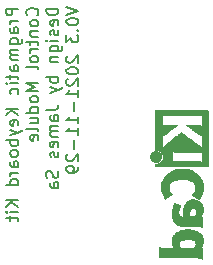
<source format=gbr>
%TF.GenerationSoftware,KiCad,Pcbnew,(5.1.12-1-10_14)*%
%TF.CreationDate,2021-12-06T09:51:28+08:00*%
%TF.ProjectId,Pragmatic,50726167-6d61-4746-9963-2e6b69636164,V0.3*%
%TF.SameCoordinates,Original*%
%TF.FileFunction,Legend,Bot*%
%TF.FilePolarity,Positive*%
%FSLAX46Y46*%
G04 Gerber Fmt 4.6, Leading zero omitted, Abs format (unit mm)*
G04 Created by KiCad (PCBNEW (5.1.12-1-10_14)) date 2021-12-06 09:51:28*
%MOMM*%
%LPD*%
G01*
G04 APERTURE LIST*
%ADD10C,0.177800*%
%ADD11C,0.010000*%
G04 APERTURE END LIST*
D10*
X137606919Y-51157474D02*
X136590919Y-51157474D01*
X136590919Y-51544522D01*
X136639300Y-51641284D01*
X136687680Y-51689665D01*
X136784442Y-51738046D01*
X136929585Y-51738046D01*
X137026347Y-51689665D01*
X137074728Y-51641284D01*
X137123109Y-51544522D01*
X137123109Y-51157474D01*
X137606919Y-52173474D02*
X136929585Y-52173474D01*
X137123109Y-52173474D02*
X137026347Y-52221855D01*
X136977966Y-52270236D01*
X136929585Y-52366998D01*
X136929585Y-52463760D01*
X137606919Y-53237855D02*
X137074728Y-53237855D01*
X136977966Y-53189474D01*
X136929585Y-53092712D01*
X136929585Y-52899189D01*
X136977966Y-52802427D01*
X137558538Y-53237855D02*
X137606919Y-53141093D01*
X137606919Y-52899189D01*
X137558538Y-52802427D01*
X137461776Y-52754046D01*
X137365014Y-52754046D01*
X137268252Y-52802427D01*
X137219871Y-52899189D01*
X137219871Y-53141093D01*
X137171490Y-53237855D01*
X136929585Y-54157093D02*
X137752061Y-54157093D01*
X137848823Y-54108712D01*
X137897204Y-54060331D01*
X137945585Y-53963570D01*
X137945585Y-53818427D01*
X137897204Y-53721665D01*
X137558538Y-54157093D02*
X137606919Y-54060331D01*
X137606919Y-53866808D01*
X137558538Y-53770046D01*
X137510157Y-53721665D01*
X137413395Y-53673284D01*
X137123109Y-53673284D01*
X137026347Y-53721665D01*
X136977966Y-53770046D01*
X136929585Y-53866808D01*
X136929585Y-54060331D01*
X136977966Y-54157093D01*
X137606919Y-54640903D02*
X136929585Y-54640903D01*
X137026347Y-54640903D02*
X136977966Y-54689284D01*
X136929585Y-54786046D01*
X136929585Y-54931189D01*
X136977966Y-55027950D01*
X137074728Y-55076331D01*
X137606919Y-55076331D01*
X137074728Y-55076331D02*
X136977966Y-55124712D01*
X136929585Y-55221474D01*
X136929585Y-55366617D01*
X136977966Y-55463379D01*
X137074728Y-55511760D01*
X137606919Y-55511760D01*
X137606919Y-56430998D02*
X137074728Y-56430998D01*
X136977966Y-56382617D01*
X136929585Y-56285855D01*
X136929585Y-56092331D01*
X136977966Y-55995570D01*
X137558538Y-56430998D02*
X137606919Y-56334236D01*
X137606919Y-56092331D01*
X137558538Y-55995570D01*
X137461776Y-55947189D01*
X137365014Y-55947189D01*
X137268252Y-55995570D01*
X137219871Y-56092331D01*
X137219871Y-56334236D01*
X137171490Y-56430998D01*
X136929585Y-56769665D02*
X136929585Y-57156712D01*
X136590919Y-56914808D02*
X137461776Y-56914808D01*
X137558538Y-56963189D01*
X137606919Y-57059950D01*
X137606919Y-57156712D01*
X137606919Y-57495379D02*
X136929585Y-57495379D01*
X136590919Y-57495379D02*
X136639300Y-57446998D01*
X136687680Y-57495379D01*
X136639300Y-57543760D01*
X136590919Y-57495379D01*
X136687680Y-57495379D01*
X137558538Y-58414617D02*
X137606919Y-58317855D01*
X137606919Y-58124331D01*
X137558538Y-58027570D01*
X137510157Y-57979189D01*
X137413395Y-57930808D01*
X137123109Y-57930808D01*
X137026347Y-57979189D01*
X136977966Y-58027570D01*
X136929585Y-58124331D01*
X136929585Y-58317855D01*
X136977966Y-58414617D01*
X137606919Y-59624141D02*
X136590919Y-59624141D01*
X137606919Y-60204712D02*
X137026347Y-59769284D01*
X136590919Y-60204712D02*
X137171490Y-59624141D01*
X137558538Y-61027189D02*
X137606919Y-60930427D01*
X137606919Y-60736903D01*
X137558538Y-60640141D01*
X137461776Y-60591760D01*
X137074728Y-60591760D01*
X136977966Y-60640141D01*
X136929585Y-60736903D01*
X136929585Y-60930427D01*
X136977966Y-61027189D01*
X137074728Y-61075570D01*
X137171490Y-61075570D01*
X137268252Y-60591760D01*
X136929585Y-61414236D02*
X137606919Y-61656141D01*
X136929585Y-61898046D02*
X137606919Y-61656141D01*
X137848823Y-61559379D01*
X137897204Y-61510998D01*
X137945585Y-61414236D01*
X137606919Y-62285093D02*
X136590919Y-62285093D01*
X136977966Y-62285093D02*
X136929585Y-62381855D01*
X136929585Y-62575379D01*
X136977966Y-62672141D01*
X137026347Y-62720522D01*
X137123109Y-62768903D01*
X137413395Y-62768903D01*
X137510157Y-62720522D01*
X137558538Y-62672141D01*
X137606919Y-62575379D01*
X137606919Y-62381855D01*
X137558538Y-62285093D01*
X137606919Y-63349474D02*
X137558538Y-63252712D01*
X137510157Y-63204331D01*
X137413395Y-63155950D01*
X137123109Y-63155950D01*
X137026347Y-63204331D01*
X136977966Y-63252712D01*
X136929585Y-63349474D01*
X136929585Y-63494617D01*
X136977966Y-63591379D01*
X137026347Y-63639760D01*
X137123109Y-63688141D01*
X137413395Y-63688141D01*
X137510157Y-63639760D01*
X137558538Y-63591379D01*
X137606919Y-63494617D01*
X137606919Y-63349474D01*
X137606919Y-64558998D02*
X137074728Y-64558998D01*
X136977966Y-64510617D01*
X136929585Y-64413855D01*
X136929585Y-64220331D01*
X136977966Y-64123570D01*
X137558538Y-64558998D02*
X137606919Y-64462236D01*
X137606919Y-64220331D01*
X137558538Y-64123570D01*
X137461776Y-64075189D01*
X137365014Y-64075189D01*
X137268252Y-64123570D01*
X137219871Y-64220331D01*
X137219871Y-64462236D01*
X137171490Y-64558998D01*
X137606919Y-65042808D02*
X136929585Y-65042808D01*
X137123109Y-65042808D02*
X137026347Y-65091189D01*
X136977966Y-65139570D01*
X136929585Y-65236331D01*
X136929585Y-65333093D01*
X137606919Y-66107189D02*
X136590919Y-66107189D01*
X137558538Y-66107189D02*
X137606919Y-66010427D01*
X137606919Y-65816903D01*
X137558538Y-65720141D01*
X137510157Y-65671760D01*
X137413395Y-65623379D01*
X137123109Y-65623379D01*
X137026347Y-65671760D01*
X136977966Y-65720141D01*
X136929585Y-65816903D01*
X136929585Y-66010427D01*
X136977966Y-66107189D01*
X137606919Y-67365093D02*
X136590919Y-67365093D01*
X137606919Y-67945665D02*
X137026347Y-67510236D01*
X136590919Y-67945665D02*
X137171490Y-67365093D01*
X137606919Y-68381093D02*
X136929585Y-68381093D01*
X136590919Y-68381093D02*
X136639300Y-68332712D01*
X136687680Y-68381093D01*
X136639300Y-68429474D01*
X136590919Y-68381093D01*
X136687680Y-68381093D01*
X136929585Y-68719760D02*
X136929585Y-69106808D01*
X136590919Y-68864903D02*
X137461776Y-68864903D01*
X137558538Y-68913284D01*
X137606919Y-69010046D01*
X137606919Y-69106808D01*
X139211957Y-51738046D02*
X139260338Y-51689665D01*
X139308719Y-51544522D01*
X139308719Y-51447760D01*
X139260338Y-51302617D01*
X139163576Y-51205855D01*
X139066814Y-51157474D01*
X138873290Y-51109093D01*
X138728147Y-51109093D01*
X138534623Y-51157474D01*
X138437861Y-51205855D01*
X138341100Y-51302617D01*
X138292719Y-51447760D01*
X138292719Y-51544522D01*
X138341100Y-51689665D01*
X138389480Y-51738046D01*
X139308719Y-52318617D02*
X139260338Y-52221855D01*
X139211957Y-52173474D01*
X139115195Y-52125093D01*
X138824909Y-52125093D01*
X138728147Y-52173474D01*
X138679766Y-52221855D01*
X138631385Y-52318617D01*
X138631385Y-52463760D01*
X138679766Y-52560522D01*
X138728147Y-52608903D01*
X138824909Y-52657284D01*
X139115195Y-52657284D01*
X139211957Y-52608903D01*
X139260338Y-52560522D01*
X139308719Y-52463760D01*
X139308719Y-52318617D01*
X138631385Y-53092712D02*
X139308719Y-53092712D01*
X138728147Y-53092712D02*
X138679766Y-53141093D01*
X138631385Y-53237855D01*
X138631385Y-53382998D01*
X138679766Y-53479760D01*
X138776528Y-53528141D01*
X139308719Y-53528141D01*
X138631385Y-53866808D02*
X138631385Y-54253855D01*
X138292719Y-54011950D02*
X139163576Y-54011950D01*
X139260338Y-54060331D01*
X139308719Y-54157093D01*
X139308719Y-54253855D01*
X139308719Y-54592522D02*
X138631385Y-54592522D01*
X138824909Y-54592522D02*
X138728147Y-54640903D01*
X138679766Y-54689284D01*
X138631385Y-54786046D01*
X138631385Y-54882808D01*
X139308719Y-55366617D02*
X139260338Y-55269855D01*
X139211957Y-55221474D01*
X139115195Y-55173093D01*
X138824909Y-55173093D01*
X138728147Y-55221474D01*
X138679766Y-55269855D01*
X138631385Y-55366617D01*
X138631385Y-55511760D01*
X138679766Y-55608522D01*
X138728147Y-55656903D01*
X138824909Y-55705284D01*
X139115195Y-55705284D01*
X139211957Y-55656903D01*
X139260338Y-55608522D01*
X139308719Y-55511760D01*
X139308719Y-55366617D01*
X139308719Y-56285855D02*
X139260338Y-56189093D01*
X139163576Y-56140712D01*
X138292719Y-56140712D01*
X139308719Y-57446998D02*
X138292719Y-57446998D01*
X139018433Y-57785665D01*
X138292719Y-58124331D01*
X139308719Y-58124331D01*
X139308719Y-58753284D02*
X139260338Y-58656522D01*
X139211957Y-58608141D01*
X139115195Y-58559760D01*
X138824909Y-58559760D01*
X138728147Y-58608141D01*
X138679766Y-58656522D01*
X138631385Y-58753284D01*
X138631385Y-58898427D01*
X138679766Y-58995189D01*
X138728147Y-59043570D01*
X138824909Y-59091950D01*
X139115195Y-59091950D01*
X139211957Y-59043570D01*
X139260338Y-58995189D01*
X139308719Y-58898427D01*
X139308719Y-58753284D01*
X139308719Y-59962808D02*
X138292719Y-59962808D01*
X139260338Y-59962808D02*
X139308719Y-59866046D01*
X139308719Y-59672522D01*
X139260338Y-59575760D01*
X139211957Y-59527379D01*
X139115195Y-59478998D01*
X138824909Y-59478998D01*
X138728147Y-59527379D01*
X138679766Y-59575760D01*
X138631385Y-59672522D01*
X138631385Y-59866046D01*
X138679766Y-59962808D01*
X138631385Y-60882046D02*
X139308719Y-60882046D01*
X138631385Y-60446617D02*
X139163576Y-60446617D01*
X139260338Y-60494998D01*
X139308719Y-60591760D01*
X139308719Y-60736903D01*
X139260338Y-60833665D01*
X139211957Y-60882046D01*
X139308719Y-61510998D02*
X139260338Y-61414236D01*
X139163576Y-61365855D01*
X138292719Y-61365855D01*
X139260338Y-62285093D02*
X139308719Y-62188331D01*
X139308719Y-61994808D01*
X139260338Y-61898046D01*
X139163576Y-61849665D01*
X138776528Y-61849665D01*
X138679766Y-61898046D01*
X138631385Y-61994808D01*
X138631385Y-62188331D01*
X138679766Y-62285093D01*
X138776528Y-62333474D01*
X138873290Y-62333474D01*
X138970052Y-61849665D01*
X141010519Y-51157474D02*
X139994519Y-51157474D01*
X139994519Y-51399379D01*
X140042900Y-51544522D01*
X140139661Y-51641284D01*
X140236423Y-51689665D01*
X140429947Y-51738046D01*
X140575090Y-51738046D01*
X140768614Y-51689665D01*
X140865376Y-51641284D01*
X140962138Y-51544522D01*
X141010519Y-51399379D01*
X141010519Y-51157474D01*
X140962138Y-52560522D02*
X141010519Y-52463760D01*
X141010519Y-52270236D01*
X140962138Y-52173474D01*
X140865376Y-52125093D01*
X140478328Y-52125093D01*
X140381566Y-52173474D01*
X140333185Y-52270236D01*
X140333185Y-52463760D01*
X140381566Y-52560522D01*
X140478328Y-52608903D01*
X140575090Y-52608903D01*
X140671852Y-52125093D01*
X140962138Y-52995950D02*
X141010519Y-53092712D01*
X141010519Y-53286236D01*
X140962138Y-53382998D01*
X140865376Y-53431379D01*
X140816995Y-53431379D01*
X140720233Y-53382998D01*
X140671852Y-53286236D01*
X140671852Y-53141093D01*
X140623471Y-53044331D01*
X140526709Y-52995950D01*
X140478328Y-52995950D01*
X140381566Y-53044331D01*
X140333185Y-53141093D01*
X140333185Y-53286236D01*
X140381566Y-53382998D01*
X141010519Y-53866808D02*
X140333185Y-53866808D01*
X139994519Y-53866808D02*
X140042900Y-53818427D01*
X140091280Y-53866808D01*
X140042900Y-53915189D01*
X139994519Y-53866808D01*
X140091280Y-53866808D01*
X140333185Y-54786046D02*
X141155661Y-54786046D01*
X141252423Y-54737665D01*
X141300804Y-54689284D01*
X141349185Y-54592522D01*
X141349185Y-54447379D01*
X141300804Y-54350617D01*
X140962138Y-54786046D02*
X141010519Y-54689284D01*
X141010519Y-54495760D01*
X140962138Y-54398998D01*
X140913757Y-54350617D01*
X140816995Y-54302236D01*
X140526709Y-54302236D01*
X140429947Y-54350617D01*
X140381566Y-54398998D01*
X140333185Y-54495760D01*
X140333185Y-54689284D01*
X140381566Y-54786046D01*
X140333185Y-55269855D02*
X141010519Y-55269855D01*
X140429947Y-55269855D02*
X140381566Y-55318236D01*
X140333185Y-55414998D01*
X140333185Y-55560141D01*
X140381566Y-55656903D01*
X140478328Y-55705284D01*
X141010519Y-55705284D01*
X141010519Y-56963189D02*
X139994519Y-56963189D01*
X140381566Y-56963189D02*
X140333185Y-57059950D01*
X140333185Y-57253474D01*
X140381566Y-57350236D01*
X140429947Y-57398617D01*
X140526709Y-57446998D01*
X140816995Y-57446998D01*
X140913757Y-57398617D01*
X140962138Y-57350236D01*
X141010519Y-57253474D01*
X141010519Y-57059950D01*
X140962138Y-56963189D01*
X140333185Y-57785665D02*
X141010519Y-58027570D01*
X140333185Y-58269474D02*
X141010519Y-58027570D01*
X141252423Y-57930808D01*
X141300804Y-57882427D01*
X141349185Y-57785665D01*
X139994519Y-59720903D02*
X140720233Y-59720903D01*
X140865376Y-59672522D01*
X140962138Y-59575760D01*
X141010519Y-59430617D01*
X141010519Y-59333855D01*
X141010519Y-60640141D02*
X140478328Y-60640141D01*
X140381566Y-60591760D01*
X140333185Y-60494998D01*
X140333185Y-60301474D01*
X140381566Y-60204712D01*
X140962138Y-60640141D02*
X141010519Y-60543379D01*
X141010519Y-60301474D01*
X140962138Y-60204712D01*
X140865376Y-60156331D01*
X140768614Y-60156331D01*
X140671852Y-60204712D01*
X140623471Y-60301474D01*
X140623471Y-60543379D01*
X140575090Y-60640141D01*
X141010519Y-61123950D02*
X140333185Y-61123950D01*
X140429947Y-61123950D02*
X140381566Y-61172331D01*
X140333185Y-61269093D01*
X140333185Y-61414236D01*
X140381566Y-61510998D01*
X140478328Y-61559379D01*
X141010519Y-61559379D01*
X140478328Y-61559379D02*
X140381566Y-61607760D01*
X140333185Y-61704522D01*
X140333185Y-61849665D01*
X140381566Y-61946427D01*
X140478328Y-61994808D01*
X141010519Y-61994808D01*
X140962138Y-62865665D02*
X141010519Y-62768903D01*
X141010519Y-62575379D01*
X140962138Y-62478617D01*
X140865376Y-62430236D01*
X140478328Y-62430236D01*
X140381566Y-62478617D01*
X140333185Y-62575379D01*
X140333185Y-62768903D01*
X140381566Y-62865665D01*
X140478328Y-62914046D01*
X140575090Y-62914046D01*
X140671852Y-62430236D01*
X140962138Y-63301093D02*
X141010519Y-63397855D01*
X141010519Y-63591379D01*
X140962138Y-63688141D01*
X140865376Y-63736522D01*
X140816995Y-63736522D01*
X140720233Y-63688141D01*
X140671852Y-63591379D01*
X140671852Y-63446236D01*
X140623471Y-63349474D01*
X140526709Y-63301093D01*
X140478328Y-63301093D01*
X140381566Y-63349474D01*
X140333185Y-63446236D01*
X140333185Y-63591379D01*
X140381566Y-63688141D01*
X140962138Y-64897665D02*
X141010519Y-65042808D01*
X141010519Y-65284712D01*
X140962138Y-65381474D01*
X140913757Y-65429855D01*
X140816995Y-65478236D01*
X140720233Y-65478236D01*
X140623471Y-65429855D01*
X140575090Y-65381474D01*
X140526709Y-65284712D01*
X140478328Y-65091189D01*
X140429947Y-64994427D01*
X140381566Y-64946046D01*
X140284804Y-64897665D01*
X140188042Y-64897665D01*
X140091280Y-64946046D01*
X140042900Y-64994427D01*
X139994519Y-65091189D01*
X139994519Y-65333093D01*
X140042900Y-65478236D01*
X141010519Y-66349093D02*
X140478328Y-66349093D01*
X140381566Y-66300712D01*
X140333185Y-66203950D01*
X140333185Y-66010427D01*
X140381566Y-65913665D01*
X140962138Y-66349093D02*
X141010519Y-66252331D01*
X141010519Y-66010427D01*
X140962138Y-65913665D01*
X140865376Y-65865284D01*
X140768614Y-65865284D01*
X140671852Y-65913665D01*
X140623471Y-66010427D01*
X140623471Y-66252331D01*
X140575090Y-66349093D01*
X141696319Y-51012331D02*
X142712319Y-51350998D01*
X141696319Y-51689665D01*
X141696319Y-52221855D02*
X141696319Y-52318617D01*
X141744700Y-52415379D01*
X141793080Y-52463760D01*
X141889842Y-52512141D01*
X142083366Y-52560522D01*
X142325271Y-52560522D01*
X142518795Y-52512141D01*
X142615557Y-52463760D01*
X142663938Y-52415379D01*
X142712319Y-52318617D01*
X142712319Y-52221855D01*
X142663938Y-52125093D01*
X142615557Y-52076712D01*
X142518795Y-52028331D01*
X142325271Y-51979950D01*
X142083366Y-51979950D01*
X141889842Y-52028331D01*
X141793080Y-52076712D01*
X141744700Y-52125093D01*
X141696319Y-52221855D01*
X142615557Y-52995950D02*
X142663938Y-53044331D01*
X142712319Y-52995950D01*
X142663938Y-52947570D01*
X142615557Y-52995950D01*
X142712319Y-52995950D01*
X141696319Y-53382998D02*
X141696319Y-54011950D01*
X142083366Y-53673284D01*
X142083366Y-53818427D01*
X142131747Y-53915189D01*
X142180128Y-53963570D01*
X142276890Y-54011950D01*
X142518795Y-54011950D01*
X142615557Y-53963570D01*
X142663938Y-53915189D01*
X142712319Y-53818427D01*
X142712319Y-53528141D01*
X142663938Y-53431379D01*
X142615557Y-53382998D01*
X141793080Y-55173093D02*
X141744700Y-55221474D01*
X141696319Y-55318236D01*
X141696319Y-55560141D01*
X141744700Y-55656903D01*
X141793080Y-55705284D01*
X141889842Y-55753665D01*
X141986604Y-55753665D01*
X142131747Y-55705284D01*
X142712319Y-55124712D01*
X142712319Y-55753665D01*
X141696319Y-56382617D02*
X141696319Y-56479379D01*
X141744700Y-56576141D01*
X141793080Y-56624522D01*
X141889842Y-56672903D01*
X142083366Y-56721284D01*
X142325271Y-56721284D01*
X142518795Y-56672903D01*
X142615557Y-56624522D01*
X142663938Y-56576141D01*
X142712319Y-56479379D01*
X142712319Y-56382617D01*
X142663938Y-56285855D01*
X142615557Y-56237474D01*
X142518795Y-56189093D01*
X142325271Y-56140712D01*
X142083366Y-56140712D01*
X141889842Y-56189093D01*
X141793080Y-56237474D01*
X141744700Y-56285855D01*
X141696319Y-56382617D01*
X141793080Y-57108331D02*
X141744700Y-57156712D01*
X141696319Y-57253474D01*
X141696319Y-57495379D01*
X141744700Y-57592141D01*
X141793080Y-57640522D01*
X141889842Y-57688903D01*
X141986604Y-57688903D01*
X142131747Y-57640522D01*
X142712319Y-57059950D01*
X142712319Y-57688903D01*
X142712319Y-58656522D02*
X142712319Y-58075950D01*
X142712319Y-58366236D02*
X141696319Y-58366236D01*
X141841461Y-58269474D01*
X141938223Y-58172712D01*
X141986604Y-58075950D01*
X142325271Y-59091950D02*
X142325271Y-59866046D01*
X142712319Y-60882046D02*
X142712319Y-60301474D01*
X142712319Y-60591760D02*
X141696319Y-60591760D01*
X141841461Y-60494998D01*
X141938223Y-60398236D01*
X141986604Y-60301474D01*
X142712319Y-61849665D02*
X142712319Y-61269093D01*
X142712319Y-61559379D02*
X141696319Y-61559379D01*
X141841461Y-61462617D01*
X141938223Y-61365855D01*
X141986604Y-61269093D01*
X142325271Y-62285093D02*
X142325271Y-63059189D01*
X141793080Y-63494617D02*
X141744700Y-63542998D01*
X141696319Y-63639760D01*
X141696319Y-63881665D01*
X141744700Y-63978427D01*
X141793080Y-64026808D01*
X141889842Y-64075189D01*
X141986604Y-64075189D01*
X142131747Y-64026808D01*
X142712319Y-63446236D01*
X142712319Y-64075189D01*
X142712319Y-64558998D02*
X142712319Y-64752522D01*
X142663938Y-64849284D01*
X142615557Y-64897665D01*
X142470414Y-64994427D01*
X142276890Y-65042808D01*
X141889842Y-65042808D01*
X141793080Y-64994427D01*
X141744700Y-64946046D01*
X141696319Y-64849284D01*
X141696319Y-64655760D01*
X141744700Y-64558998D01*
X141793080Y-64510617D01*
X141889842Y-64462236D01*
X142131747Y-64462236D01*
X142228509Y-64510617D01*
X142276890Y-64558998D01*
X142325271Y-64655760D01*
X142325271Y-64849284D01*
X142276890Y-64946046D01*
X142228509Y-64994427D01*
X142131747Y-65042808D01*
D11*
%TO.C,Logo2*%
G36*
X148791571Y-63766957D02*
G01*
X148815809Y-63863232D01*
X148858641Y-63949816D01*
X148918419Y-64024627D01*
X148993494Y-64085582D01*
X149082220Y-64130601D01*
X149178530Y-64156864D01*
X149275795Y-64162714D01*
X149369654Y-64147860D01*
X149457511Y-64114160D01*
X149536770Y-64063472D01*
X149604836Y-63997655D01*
X149659112Y-63918566D01*
X149697002Y-63828066D01*
X149709426Y-63776800D01*
X149716947Y-63732302D01*
X149719919Y-63698001D01*
X149718094Y-63665040D01*
X149711225Y-63624566D01*
X149704250Y-63591469D01*
X149672741Y-63498053D01*
X149621617Y-63414381D01*
X149552429Y-63342335D01*
X149466728Y-63283800D01*
X149439489Y-63269852D01*
X149403122Y-63253414D01*
X149372582Y-63243106D01*
X149340450Y-63237540D01*
X149299307Y-63235331D01*
X149253222Y-63235052D01*
X149168865Y-63239139D01*
X149099586Y-63252554D01*
X149038961Y-63277744D01*
X148980567Y-63317154D01*
X148936302Y-63355702D01*
X148870484Y-63427594D01*
X148825053Y-63502687D01*
X148797850Y-63585438D01*
X148787576Y-63663072D01*
X148791571Y-63766957D01*
G37*
X148791571Y-63766957D02*
X148815809Y-63863232D01*
X148858641Y-63949816D01*
X148918419Y-64024627D01*
X148993494Y-64085582D01*
X149082220Y-64130601D01*
X149178530Y-64156864D01*
X149275795Y-64162714D01*
X149369654Y-64147860D01*
X149457511Y-64114160D01*
X149536770Y-64063472D01*
X149604836Y-63997655D01*
X149659112Y-63918566D01*
X149697002Y-63828066D01*
X149709426Y-63776800D01*
X149716947Y-63732302D01*
X149719919Y-63698001D01*
X149718094Y-63665040D01*
X149711225Y-63624566D01*
X149704250Y-63591469D01*
X149672741Y-63498053D01*
X149621617Y-63414381D01*
X149552429Y-63342335D01*
X149466728Y-63283800D01*
X149439489Y-63269852D01*
X149403122Y-63253414D01*
X149372582Y-63243106D01*
X149340450Y-63237540D01*
X149299307Y-63235331D01*
X149253222Y-63235052D01*
X149168865Y-63239139D01*
X149099586Y-63252554D01*
X149038961Y-63277744D01*
X148980567Y-63317154D01*
X148936302Y-63355702D01*
X148870484Y-63427594D01*
X148825053Y-63502687D01*
X148797850Y-63585438D01*
X148787576Y-63663072D01*
X148791571Y-63766957D01*
G36*
X151237245Y-72226507D02*
G01*
X151471662Y-72226526D01*
X151684603Y-72226552D01*
X151877168Y-72226625D01*
X152050459Y-72226782D01*
X152205576Y-72227064D01*
X152343620Y-72227509D01*
X152465692Y-72228156D01*
X152572894Y-72229045D01*
X152666326Y-72230213D01*
X152747090Y-72231701D01*
X152816286Y-72233546D01*
X152875015Y-72235789D01*
X152924379Y-72238469D01*
X152965478Y-72241623D01*
X152999413Y-72245292D01*
X153027286Y-72249513D01*
X153050198Y-72254327D01*
X153069249Y-72259773D01*
X153085540Y-72265888D01*
X153100173Y-72272712D01*
X153114249Y-72280285D01*
X153128868Y-72288645D01*
X153137974Y-72293839D01*
X153198689Y-72328104D01*
X153198689Y-71469955D01*
X153102733Y-71469955D01*
X153059370Y-71469224D01*
X153026205Y-71467272D01*
X153008424Y-71464463D01*
X153006778Y-71463221D01*
X153013662Y-71451799D01*
X153031505Y-71429084D01*
X153050879Y-71406385D01*
X153091614Y-71351800D01*
X153132617Y-71282321D01*
X153170123Y-71205270D01*
X153200364Y-71127965D01*
X153210012Y-71097113D01*
X153224578Y-71028616D01*
X153234539Y-70945764D01*
X153239583Y-70856371D01*
X153239396Y-70768248D01*
X153233666Y-70689207D01*
X153227858Y-70651511D01*
X153189797Y-70513414D01*
X153132073Y-70386113D01*
X153055211Y-70270292D01*
X152959739Y-70166637D01*
X152846179Y-70075833D01*
X152735381Y-70009031D01*
X152618625Y-69954164D01*
X152499276Y-69912163D01*
X152373283Y-69882167D01*
X152236594Y-69863311D01*
X152085158Y-69854732D01*
X152007711Y-69854006D01*
X151950934Y-69856100D01*
X151950934Y-70685217D01*
X152044002Y-70685424D01*
X152131692Y-70688337D01*
X152208772Y-70694000D01*
X152270009Y-70702455D01*
X152282350Y-70705038D01*
X152389633Y-70736840D01*
X152476658Y-70778498D01*
X152543642Y-70830363D01*
X152590805Y-70892781D01*
X152618365Y-70966100D01*
X152626541Y-71050669D01*
X152615551Y-71146835D01*
X152599829Y-71210311D01*
X152581639Y-71259454D01*
X152555791Y-71313583D01*
X152532089Y-71354244D01*
X152485721Y-71424800D01*
X151335530Y-71424800D01*
X151291962Y-71357392D01*
X151251040Y-71278867D01*
X151224389Y-71194681D01*
X151212465Y-71109557D01*
X151215722Y-71028216D01*
X151234615Y-70955380D01*
X151250184Y-70923426D01*
X151293181Y-70865501D01*
X151349953Y-70816544D01*
X151422575Y-70775390D01*
X151513121Y-70740874D01*
X151623666Y-70711833D01*
X151629533Y-70710552D01*
X151691788Y-70700381D01*
X151769594Y-70692739D01*
X151857720Y-70687670D01*
X151950934Y-70685217D01*
X151950934Y-69856100D01*
X151794895Y-69861857D01*
X151599059Y-69883802D01*
X151420332Y-69919786D01*
X151258845Y-69969759D01*
X151114726Y-70033668D01*
X150988106Y-70111462D01*
X150879115Y-70203089D01*
X150787883Y-70308497D01*
X150756932Y-70353662D01*
X150700785Y-70454611D01*
X150661174Y-70557901D01*
X150637014Y-70667989D01*
X150627219Y-70789330D01*
X150628265Y-70881836D01*
X150639231Y-71011490D01*
X150661046Y-71124084D01*
X150694714Y-71222875D01*
X150741236Y-71311121D01*
X150775448Y-71359986D01*
X150797362Y-71389353D01*
X150812333Y-71411043D01*
X150816733Y-71419253D01*
X150805904Y-71420868D01*
X150775251Y-71422159D01*
X150727526Y-71423138D01*
X150665479Y-71423817D01*
X150591862Y-71424210D01*
X150509427Y-71424330D01*
X150420925Y-71424188D01*
X150329107Y-71423797D01*
X150236724Y-71423171D01*
X150146528Y-71422320D01*
X150061271Y-71421260D01*
X149983703Y-71420001D01*
X149916576Y-71418556D01*
X149862641Y-71416938D01*
X149824650Y-71415161D01*
X149817667Y-71414669D01*
X149747251Y-71407092D01*
X149692102Y-71395531D01*
X149644981Y-71377792D01*
X149598647Y-71351682D01*
X149589067Y-71345415D01*
X149552378Y-71320983D01*
X149552378Y-72226311D01*
X151237245Y-72226507D01*
G37*
X151237245Y-72226507D02*
X151471662Y-72226526D01*
X151684603Y-72226552D01*
X151877168Y-72226625D01*
X152050459Y-72226782D01*
X152205576Y-72227064D01*
X152343620Y-72227509D01*
X152465692Y-72228156D01*
X152572894Y-72229045D01*
X152666326Y-72230213D01*
X152747090Y-72231701D01*
X152816286Y-72233546D01*
X152875015Y-72235789D01*
X152924379Y-72238469D01*
X152965478Y-72241623D01*
X152999413Y-72245292D01*
X153027286Y-72249513D01*
X153050198Y-72254327D01*
X153069249Y-72259773D01*
X153085540Y-72265888D01*
X153100173Y-72272712D01*
X153114249Y-72280285D01*
X153128868Y-72288645D01*
X153137974Y-72293839D01*
X153198689Y-72328104D01*
X153198689Y-71469955D01*
X153102733Y-71469955D01*
X153059370Y-71469224D01*
X153026205Y-71467272D01*
X153008424Y-71464463D01*
X153006778Y-71463221D01*
X153013662Y-71451799D01*
X153031505Y-71429084D01*
X153050879Y-71406385D01*
X153091614Y-71351800D01*
X153132617Y-71282321D01*
X153170123Y-71205270D01*
X153200364Y-71127965D01*
X153210012Y-71097113D01*
X153224578Y-71028616D01*
X153234539Y-70945764D01*
X153239583Y-70856371D01*
X153239396Y-70768248D01*
X153233666Y-70689207D01*
X153227858Y-70651511D01*
X153189797Y-70513414D01*
X153132073Y-70386113D01*
X153055211Y-70270292D01*
X152959739Y-70166637D01*
X152846179Y-70075833D01*
X152735381Y-70009031D01*
X152618625Y-69954164D01*
X152499276Y-69912163D01*
X152373283Y-69882167D01*
X152236594Y-69863311D01*
X152085158Y-69854732D01*
X152007711Y-69854006D01*
X151950934Y-69856100D01*
X151950934Y-70685217D01*
X152044002Y-70685424D01*
X152131692Y-70688337D01*
X152208772Y-70694000D01*
X152270009Y-70702455D01*
X152282350Y-70705038D01*
X152389633Y-70736840D01*
X152476658Y-70778498D01*
X152543642Y-70830363D01*
X152590805Y-70892781D01*
X152618365Y-70966100D01*
X152626541Y-71050669D01*
X152615551Y-71146835D01*
X152599829Y-71210311D01*
X152581639Y-71259454D01*
X152555791Y-71313583D01*
X152532089Y-71354244D01*
X152485721Y-71424800D01*
X151335530Y-71424800D01*
X151291962Y-71357392D01*
X151251040Y-71278867D01*
X151224389Y-71194681D01*
X151212465Y-71109557D01*
X151215722Y-71028216D01*
X151234615Y-70955380D01*
X151250184Y-70923426D01*
X151293181Y-70865501D01*
X151349953Y-70816544D01*
X151422575Y-70775390D01*
X151513121Y-70740874D01*
X151623666Y-70711833D01*
X151629533Y-70710552D01*
X151691788Y-70700381D01*
X151769594Y-70692739D01*
X151857720Y-70687670D01*
X151950934Y-70685217D01*
X151950934Y-69856100D01*
X151794895Y-69861857D01*
X151599059Y-69883802D01*
X151420332Y-69919786D01*
X151258845Y-69969759D01*
X151114726Y-70033668D01*
X150988106Y-70111462D01*
X150879115Y-70203089D01*
X150787883Y-70308497D01*
X150756932Y-70353662D01*
X150700785Y-70454611D01*
X150661174Y-70557901D01*
X150637014Y-70667989D01*
X150627219Y-70789330D01*
X150628265Y-70881836D01*
X150639231Y-71011490D01*
X150661046Y-71124084D01*
X150694714Y-71222875D01*
X150741236Y-71311121D01*
X150775448Y-71359986D01*
X150797362Y-71389353D01*
X150812333Y-71411043D01*
X150816733Y-71419253D01*
X150805904Y-71420868D01*
X150775251Y-71422159D01*
X150727526Y-71423138D01*
X150665479Y-71423817D01*
X150591862Y-71424210D01*
X150509427Y-71424330D01*
X150420925Y-71424188D01*
X150329107Y-71423797D01*
X150236724Y-71423171D01*
X150146528Y-71422320D01*
X150061271Y-71421260D01*
X149983703Y-71420001D01*
X149916576Y-71418556D01*
X149862641Y-71416938D01*
X149824650Y-71415161D01*
X149817667Y-71414669D01*
X149747251Y-71407092D01*
X149692102Y-71395531D01*
X149644981Y-71377792D01*
X149598647Y-71351682D01*
X149589067Y-71345415D01*
X149552378Y-71320983D01*
X149552378Y-72226311D01*
X151237245Y-72226507D01*
G36*
X150631552Y-68713574D02*
G01*
X150651567Y-68865492D01*
X150685202Y-69000756D01*
X150732725Y-69120239D01*
X150794405Y-69224815D01*
X150857965Y-69302424D01*
X150932099Y-69371265D01*
X151011871Y-69425006D01*
X151104091Y-69467910D01*
X151147161Y-69483384D01*
X151186142Y-69496244D01*
X151222289Y-69507446D01*
X151257434Y-69517120D01*
X151293410Y-69525396D01*
X151332050Y-69532403D01*
X151375185Y-69538272D01*
X151424649Y-69543131D01*
X151482273Y-69547110D01*
X151549891Y-69550340D01*
X151629334Y-69552949D01*
X151722436Y-69555067D01*
X151831027Y-69556824D01*
X151956942Y-69558349D01*
X152102012Y-69559772D01*
X152244778Y-69561025D01*
X152400968Y-69562351D01*
X152536239Y-69563556D01*
X152652246Y-69564766D01*
X152750645Y-69566106D01*
X152833093Y-69567700D01*
X152901246Y-69569675D01*
X152956760Y-69572156D01*
X153001292Y-69575269D01*
X153036498Y-69579138D01*
X153064034Y-69583889D01*
X153085556Y-69589648D01*
X153102722Y-69596539D01*
X153117186Y-69604689D01*
X153130606Y-69614223D01*
X153144638Y-69625266D01*
X153150071Y-69629566D01*
X153172910Y-69645386D01*
X153188463Y-69652422D01*
X153188922Y-69652444D01*
X153191121Y-69641567D01*
X153193147Y-69610582D01*
X153194942Y-69561957D01*
X153196451Y-69498163D01*
X153197616Y-69421669D01*
X153198380Y-69334944D01*
X153198686Y-69240457D01*
X153198689Y-69229550D01*
X153198689Y-68806657D01*
X153102622Y-68803395D01*
X153006556Y-68800133D01*
X153057543Y-68738044D01*
X153125057Y-68640714D01*
X153179749Y-68530813D01*
X153209978Y-68444349D01*
X153224666Y-68375278D01*
X153234659Y-68291925D01*
X153239646Y-68202159D01*
X153239313Y-68113845D01*
X153233351Y-68034851D01*
X153227638Y-67998622D01*
X153189776Y-67858603D01*
X153134932Y-67732178D01*
X153063924Y-67620260D01*
X152977568Y-67523762D01*
X152876679Y-67443600D01*
X152762076Y-67380687D01*
X152635984Y-67336312D01*
X152579401Y-67323978D01*
X152517202Y-67316368D01*
X152442363Y-67312739D01*
X152408467Y-67312245D01*
X152405282Y-67312310D01*
X152405282Y-68072248D01*
X152480333Y-68081541D01*
X152544160Y-68109728D01*
X152599798Y-68158197D01*
X152604211Y-68163254D01*
X152639037Y-68211548D01*
X152661620Y-68263257D01*
X152673540Y-68323989D01*
X152676383Y-68399352D01*
X152675978Y-68417459D01*
X152673325Y-68471278D01*
X152667909Y-68511308D01*
X152657745Y-68546324D01*
X152640850Y-68585103D01*
X152635672Y-68595745D01*
X152599844Y-68656396D01*
X152557212Y-68703215D01*
X152541973Y-68715952D01*
X152485462Y-68760622D01*
X152289586Y-68760622D01*
X152210939Y-68760086D01*
X152152988Y-68758396D01*
X152113875Y-68755428D01*
X152091741Y-68751057D01*
X152085274Y-68746972D01*
X152082111Y-68731047D01*
X152079488Y-68697264D01*
X152077655Y-68650340D01*
X152076857Y-68594993D01*
X152076842Y-68586106D01*
X152082096Y-68465330D01*
X152098263Y-68362660D01*
X152125961Y-68276106D01*
X152165808Y-68203681D01*
X152212758Y-68148751D01*
X152270645Y-68104204D01*
X152333693Y-68079480D01*
X152405282Y-68072248D01*
X152405282Y-67312310D01*
X152314712Y-67314178D01*
X152235812Y-67322522D01*
X152164590Y-67338768D01*
X152093864Y-67364405D01*
X152041493Y-67388401D01*
X151946196Y-67447020D01*
X151858170Y-67525117D01*
X151779017Y-67620315D01*
X151710340Y-67730238D01*
X151653741Y-67852510D01*
X151610821Y-67984755D01*
X151595882Y-68049422D01*
X151573777Y-68185604D01*
X151559194Y-68334049D01*
X151552813Y-68485505D01*
X151554445Y-68612064D01*
X151561224Y-68773950D01*
X151502245Y-68766530D01*
X151403092Y-68747238D01*
X151322372Y-68716104D01*
X151259466Y-68672269D01*
X151213756Y-68614871D01*
X151184622Y-68543048D01*
X151171447Y-68455941D01*
X151173611Y-68352686D01*
X151177612Y-68314711D01*
X151202780Y-68173520D01*
X151243814Y-68036707D01*
X151281815Y-67942178D01*
X151301190Y-67897018D01*
X151316760Y-67858585D01*
X151326405Y-67832234D01*
X151328452Y-67824546D01*
X151319374Y-67814802D01*
X151290405Y-67798083D01*
X151241217Y-67774232D01*
X151171484Y-67743093D01*
X151080879Y-67704507D01*
X151065089Y-67697910D01*
X150992772Y-67667853D01*
X150927425Y-67640874D01*
X150871906Y-67618136D01*
X150829072Y-67600806D01*
X150801781Y-67590048D01*
X150792942Y-67586941D01*
X150788187Y-67596940D01*
X150782910Y-67623217D01*
X150779231Y-67651489D01*
X150774474Y-67681646D01*
X150765028Y-67729433D01*
X150751820Y-67790612D01*
X150735776Y-67860946D01*
X150717820Y-67936194D01*
X150710797Y-67964755D01*
X150685209Y-68069816D01*
X150665147Y-68157480D01*
X150649969Y-68232068D01*
X150639035Y-68297903D01*
X150631704Y-68359307D01*
X150627335Y-68420602D01*
X150625287Y-68486110D01*
X150624889Y-68544128D01*
X150631552Y-68713574D01*
G37*
X150631552Y-68713574D02*
X150651567Y-68865492D01*
X150685202Y-69000756D01*
X150732725Y-69120239D01*
X150794405Y-69224815D01*
X150857965Y-69302424D01*
X150932099Y-69371265D01*
X151011871Y-69425006D01*
X151104091Y-69467910D01*
X151147161Y-69483384D01*
X151186142Y-69496244D01*
X151222289Y-69507446D01*
X151257434Y-69517120D01*
X151293410Y-69525396D01*
X151332050Y-69532403D01*
X151375185Y-69538272D01*
X151424649Y-69543131D01*
X151482273Y-69547110D01*
X151549891Y-69550340D01*
X151629334Y-69552949D01*
X151722436Y-69555067D01*
X151831027Y-69556824D01*
X151956942Y-69558349D01*
X152102012Y-69559772D01*
X152244778Y-69561025D01*
X152400968Y-69562351D01*
X152536239Y-69563556D01*
X152652246Y-69564766D01*
X152750645Y-69566106D01*
X152833093Y-69567700D01*
X152901246Y-69569675D01*
X152956760Y-69572156D01*
X153001292Y-69575269D01*
X153036498Y-69579138D01*
X153064034Y-69583889D01*
X153085556Y-69589648D01*
X153102722Y-69596539D01*
X153117186Y-69604689D01*
X153130606Y-69614223D01*
X153144638Y-69625266D01*
X153150071Y-69629566D01*
X153172910Y-69645386D01*
X153188463Y-69652422D01*
X153188922Y-69652444D01*
X153191121Y-69641567D01*
X153193147Y-69610582D01*
X153194942Y-69561957D01*
X153196451Y-69498163D01*
X153197616Y-69421669D01*
X153198380Y-69334944D01*
X153198686Y-69240457D01*
X153198689Y-69229550D01*
X153198689Y-68806657D01*
X153102622Y-68803395D01*
X153006556Y-68800133D01*
X153057543Y-68738044D01*
X153125057Y-68640714D01*
X153179749Y-68530813D01*
X153209978Y-68444349D01*
X153224666Y-68375278D01*
X153234659Y-68291925D01*
X153239646Y-68202159D01*
X153239313Y-68113845D01*
X153233351Y-68034851D01*
X153227638Y-67998622D01*
X153189776Y-67858603D01*
X153134932Y-67732178D01*
X153063924Y-67620260D01*
X152977568Y-67523762D01*
X152876679Y-67443600D01*
X152762076Y-67380687D01*
X152635984Y-67336312D01*
X152579401Y-67323978D01*
X152517202Y-67316368D01*
X152442363Y-67312739D01*
X152408467Y-67312245D01*
X152405282Y-67312310D01*
X152405282Y-68072248D01*
X152480333Y-68081541D01*
X152544160Y-68109728D01*
X152599798Y-68158197D01*
X152604211Y-68163254D01*
X152639037Y-68211548D01*
X152661620Y-68263257D01*
X152673540Y-68323989D01*
X152676383Y-68399352D01*
X152675978Y-68417459D01*
X152673325Y-68471278D01*
X152667909Y-68511308D01*
X152657745Y-68546324D01*
X152640850Y-68585103D01*
X152635672Y-68595745D01*
X152599844Y-68656396D01*
X152557212Y-68703215D01*
X152541973Y-68715952D01*
X152485462Y-68760622D01*
X152289586Y-68760622D01*
X152210939Y-68760086D01*
X152152988Y-68758396D01*
X152113875Y-68755428D01*
X152091741Y-68751057D01*
X152085274Y-68746972D01*
X152082111Y-68731047D01*
X152079488Y-68697264D01*
X152077655Y-68650340D01*
X152076857Y-68594993D01*
X152076842Y-68586106D01*
X152082096Y-68465330D01*
X152098263Y-68362660D01*
X152125961Y-68276106D01*
X152165808Y-68203681D01*
X152212758Y-68148751D01*
X152270645Y-68104204D01*
X152333693Y-68079480D01*
X152405282Y-68072248D01*
X152405282Y-67312310D01*
X152314712Y-67314178D01*
X152235812Y-67322522D01*
X152164590Y-67338768D01*
X152093864Y-67364405D01*
X152041493Y-67388401D01*
X151946196Y-67447020D01*
X151858170Y-67525117D01*
X151779017Y-67620315D01*
X151710340Y-67730238D01*
X151653741Y-67852510D01*
X151610821Y-67984755D01*
X151595882Y-68049422D01*
X151573777Y-68185604D01*
X151559194Y-68334049D01*
X151552813Y-68485505D01*
X151554445Y-68612064D01*
X151561224Y-68773950D01*
X151502245Y-68766530D01*
X151403092Y-68747238D01*
X151322372Y-68716104D01*
X151259466Y-68672269D01*
X151213756Y-68614871D01*
X151184622Y-68543048D01*
X151171447Y-68455941D01*
X151173611Y-68352686D01*
X151177612Y-68314711D01*
X151202780Y-68173520D01*
X151243814Y-68036707D01*
X151281815Y-67942178D01*
X151301190Y-67897018D01*
X151316760Y-67858585D01*
X151326405Y-67832234D01*
X151328452Y-67824546D01*
X151319374Y-67814802D01*
X151290405Y-67798083D01*
X151241217Y-67774232D01*
X151171484Y-67743093D01*
X151080879Y-67704507D01*
X151065089Y-67697910D01*
X150992772Y-67667853D01*
X150927425Y-67640874D01*
X150871906Y-67618136D01*
X150829072Y-67600806D01*
X150801781Y-67590048D01*
X150792942Y-67586941D01*
X150788187Y-67596940D01*
X150782910Y-67623217D01*
X150779231Y-67651489D01*
X150774474Y-67681646D01*
X150765028Y-67729433D01*
X150751820Y-67790612D01*
X150735776Y-67860946D01*
X150717820Y-67936194D01*
X150710797Y-67964755D01*
X150685209Y-68069816D01*
X150665147Y-68157480D01*
X150649969Y-68232068D01*
X150639035Y-68297903D01*
X150631704Y-68359307D01*
X150627335Y-68420602D01*
X150625287Y-68486110D01*
X150624889Y-68544128D01*
X150631552Y-68713574D01*
G36*
X149714071Y-66368429D02*
G01*
X149735245Y-66528570D01*
X149775385Y-66692510D01*
X149834889Y-66862313D01*
X149914154Y-67040043D01*
X149919699Y-67051310D01*
X149947725Y-67109005D01*
X149971802Y-67160552D01*
X149990249Y-67202191D01*
X150001386Y-67230162D01*
X150003933Y-67239733D01*
X150008941Y-67258950D01*
X150013147Y-67263561D01*
X150023580Y-67258458D01*
X150049868Y-67242418D01*
X150089257Y-67217288D01*
X150138991Y-67184914D01*
X150196315Y-67147143D01*
X150258476Y-67105822D01*
X150322718Y-67062798D01*
X150386285Y-67019917D01*
X150446425Y-66979026D01*
X150500380Y-66941971D01*
X150545397Y-66910600D01*
X150578721Y-66886759D01*
X150597597Y-66872294D01*
X150599787Y-66870309D01*
X150595138Y-66860191D01*
X150577962Y-66837850D01*
X150551440Y-66807280D01*
X150536964Y-66791536D01*
X150461682Y-66695047D01*
X150406241Y-66588336D01*
X150371141Y-66472832D01*
X150356880Y-66349962D01*
X150358051Y-66280561D01*
X150375212Y-66159423D01*
X150411094Y-66050205D01*
X150465959Y-65952582D01*
X150540070Y-65866228D01*
X150633688Y-65790815D01*
X150747076Y-65726018D01*
X150833667Y-65688601D01*
X150969366Y-65644748D01*
X151116850Y-65612428D01*
X151272314Y-65591557D01*
X151431956Y-65582051D01*
X151591973Y-65583827D01*
X151748561Y-65596803D01*
X151897918Y-65620894D01*
X152036240Y-65656018D01*
X152159724Y-65702092D01*
X152193978Y-65718373D01*
X152308064Y-65786620D01*
X152404557Y-65867079D01*
X152482670Y-65958570D01*
X152541617Y-66059911D01*
X152580612Y-66169920D01*
X152598868Y-66287415D01*
X152600211Y-66328883D01*
X152589290Y-66450441D01*
X152556474Y-66570878D01*
X152502439Y-66688666D01*
X152427865Y-66802277D01*
X152349539Y-66893685D01*
X152305008Y-66940215D01*
X152602271Y-67121483D01*
X152676433Y-67166580D01*
X152744646Y-67207819D01*
X152804459Y-67243735D01*
X152853420Y-67272866D01*
X152889079Y-67293750D01*
X152908984Y-67304924D01*
X152912079Y-67306375D01*
X152921718Y-67298146D01*
X152938999Y-67272567D01*
X152962283Y-67232873D01*
X152989934Y-67182297D01*
X153020315Y-67124074D01*
X153051790Y-67061437D01*
X153082722Y-66997621D01*
X153111473Y-66935860D01*
X153136408Y-66879388D01*
X153155889Y-66831438D01*
X153164318Y-66807986D01*
X153202133Y-66674221D01*
X153227136Y-66536327D01*
X153240140Y-66388622D01*
X153242468Y-66261833D01*
X153241373Y-66193878D01*
X153239275Y-66128277D01*
X153236434Y-66070847D01*
X153233106Y-66027403D01*
X153231422Y-66013298D01*
X153202587Y-65874284D01*
X153157468Y-65732757D01*
X153098750Y-65595275D01*
X153029120Y-65468394D01*
X152976441Y-65390889D01*
X152868239Y-65263481D01*
X152741671Y-65145178D01*
X152599866Y-65038172D01*
X152445951Y-64944652D01*
X152283053Y-64866810D01*
X152165756Y-64822956D01*
X151982128Y-64772708D01*
X151787581Y-64739209D01*
X151586325Y-64722449D01*
X151382568Y-64722416D01*
X151180521Y-64739101D01*
X150984392Y-64772493D01*
X150798391Y-64822580D01*
X150786803Y-64826397D01*
X150624750Y-64889281D01*
X150476832Y-64966028D01*
X150338865Y-65059242D01*
X150206661Y-65171527D01*
X150161399Y-65215392D01*
X150037457Y-65351534D01*
X149934915Y-65491491D01*
X149852656Y-65637411D01*
X149789564Y-65791442D01*
X149744523Y-65955732D01*
X149727033Y-66051289D01*
X149711466Y-66210023D01*
X149714071Y-66368429D01*
G37*
X149714071Y-66368429D02*
X149735245Y-66528570D01*
X149775385Y-66692510D01*
X149834889Y-66862313D01*
X149914154Y-67040043D01*
X149919699Y-67051310D01*
X149947725Y-67109005D01*
X149971802Y-67160552D01*
X149990249Y-67202191D01*
X150001386Y-67230162D01*
X150003933Y-67239733D01*
X150008941Y-67258950D01*
X150013147Y-67263561D01*
X150023580Y-67258458D01*
X150049868Y-67242418D01*
X150089257Y-67217288D01*
X150138991Y-67184914D01*
X150196315Y-67147143D01*
X150258476Y-67105822D01*
X150322718Y-67062798D01*
X150386285Y-67019917D01*
X150446425Y-66979026D01*
X150500380Y-66941971D01*
X150545397Y-66910600D01*
X150578721Y-66886759D01*
X150597597Y-66872294D01*
X150599787Y-66870309D01*
X150595138Y-66860191D01*
X150577962Y-66837850D01*
X150551440Y-66807280D01*
X150536964Y-66791536D01*
X150461682Y-66695047D01*
X150406241Y-66588336D01*
X150371141Y-66472832D01*
X150356880Y-66349962D01*
X150358051Y-66280561D01*
X150375212Y-66159423D01*
X150411094Y-66050205D01*
X150465959Y-65952582D01*
X150540070Y-65866228D01*
X150633688Y-65790815D01*
X150747076Y-65726018D01*
X150833667Y-65688601D01*
X150969366Y-65644748D01*
X151116850Y-65612428D01*
X151272314Y-65591557D01*
X151431956Y-65582051D01*
X151591973Y-65583827D01*
X151748561Y-65596803D01*
X151897918Y-65620894D01*
X152036240Y-65656018D01*
X152159724Y-65702092D01*
X152193978Y-65718373D01*
X152308064Y-65786620D01*
X152404557Y-65867079D01*
X152482670Y-65958570D01*
X152541617Y-66059911D01*
X152580612Y-66169920D01*
X152598868Y-66287415D01*
X152600211Y-66328883D01*
X152589290Y-66450441D01*
X152556474Y-66570878D01*
X152502439Y-66688666D01*
X152427865Y-66802277D01*
X152349539Y-66893685D01*
X152305008Y-66940215D01*
X152602271Y-67121483D01*
X152676433Y-67166580D01*
X152744646Y-67207819D01*
X152804459Y-67243735D01*
X152853420Y-67272866D01*
X152889079Y-67293750D01*
X152908984Y-67304924D01*
X152912079Y-67306375D01*
X152921718Y-67298146D01*
X152938999Y-67272567D01*
X152962283Y-67232873D01*
X152989934Y-67182297D01*
X153020315Y-67124074D01*
X153051790Y-67061437D01*
X153082722Y-66997621D01*
X153111473Y-66935860D01*
X153136408Y-66879388D01*
X153155889Y-66831438D01*
X153164318Y-66807986D01*
X153202133Y-66674221D01*
X153227136Y-66536327D01*
X153240140Y-66388622D01*
X153242468Y-66261833D01*
X153241373Y-66193878D01*
X153239275Y-66128277D01*
X153236434Y-66070847D01*
X153233106Y-66027403D01*
X153231422Y-66013298D01*
X153202587Y-65874284D01*
X153157468Y-65732757D01*
X153098750Y-65595275D01*
X153029120Y-65468394D01*
X152976441Y-65390889D01*
X152868239Y-65263481D01*
X152741671Y-65145178D01*
X152599866Y-65038172D01*
X152445951Y-64944652D01*
X152283053Y-64866810D01*
X152165756Y-64822956D01*
X151982128Y-64772708D01*
X151787581Y-64739209D01*
X151586325Y-64722449D01*
X151382568Y-64722416D01*
X151180521Y-64739101D01*
X150984392Y-64772493D01*
X150798391Y-64822580D01*
X150786803Y-64826397D01*
X150624750Y-64889281D01*
X150476832Y-64966028D01*
X150338865Y-65059242D01*
X150206661Y-65171527D01*
X150161399Y-65215392D01*
X150037457Y-65351534D01*
X149934915Y-65491491D01*
X149852656Y-65637411D01*
X149789564Y-65791442D01*
X149744523Y-65955732D01*
X149727033Y-66051289D01*
X149711466Y-66210023D01*
X149714071Y-66368429D01*
G36*
X149254054Y-63093600D02*
G01*
X149367993Y-63104465D01*
X149475616Y-63136082D01*
X149574615Y-63186985D01*
X149662684Y-63255707D01*
X149737516Y-63340781D01*
X149795384Y-63437768D01*
X149835005Y-63544036D01*
X149853573Y-63651050D01*
X149852434Y-63756700D01*
X149832930Y-63858875D01*
X149796406Y-63955466D01*
X149744205Y-64044362D01*
X149677673Y-64123454D01*
X149598152Y-64190631D01*
X149506987Y-64243783D01*
X149405523Y-64280801D01*
X149295102Y-64299573D01*
X149245206Y-64301511D01*
X149157267Y-64301511D01*
X149157267Y-64353440D01*
X149160111Y-64389747D01*
X149171911Y-64416645D01*
X149195649Y-64443751D01*
X149234031Y-64482133D01*
X151425602Y-64482133D01*
X151687739Y-64482124D01*
X151928241Y-64482092D01*
X152148048Y-64482028D01*
X152348101Y-64481924D01*
X152529344Y-64481773D01*
X152692716Y-64481566D01*
X152839160Y-64481294D01*
X152969617Y-64480950D01*
X153085029Y-64480526D01*
X153186338Y-64480013D01*
X153274484Y-64479403D01*
X153350410Y-64478688D01*
X153415057Y-64477860D01*
X153469367Y-64476911D01*
X153514280Y-64475833D01*
X153550740Y-64474617D01*
X153579687Y-64473255D01*
X153602063Y-64471739D01*
X153618809Y-64470062D01*
X153630868Y-64468214D01*
X153639180Y-64466187D01*
X153644687Y-64463975D01*
X153646537Y-64462892D01*
X153653549Y-64458729D01*
X153659996Y-64455195D01*
X153665900Y-64451365D01*
X153671286Y-64446318D01*
X153676178Y-64439129D01*
X153680598Y-64428877D01*
X153684572Y-64414636D01*
X153688121Y-64395486D01*
X153691270Y-64370501D01*
X153694042Y-64338760D01*
X153696461Y-64299338D01*
X153698551Y-64251314D01*
X153700335Y-64193763D01*
X153701837Y-64125763D01*
X153703080Y-64046390D01*
X153704089Y-63954721D01*
X153704885Y-63849834D01*
X153705494Y-63730804D01*
X153705939Y-63596710D01*
X153706243Y-63446627D01*
X153706430Y-63279633D01*
X153706524Y-63094804D01*
X153706548Y-62891217D01*
X153706525Y-62667950D01*
X153706480Y-62424078D01*
X153706437Y-62158679D01*
X153706432Y-62120296D01*
X153706389Y-61853318D01*
X153706318Y-61607998D01*
X153706213Y-61383417D01*
X153706066Y-61178655D01*
X153705869Y-60992794D01*
X153705616Y-60824912D01*
X153705300Y-60674092D01*
X153704913Y-60539413D01*
X153704447Y-60419956D01*
X153703897Y-60314801D01*
X153703253Y-60223029D01*
X153702511Y-60143721D01*
X153701661Y-60075957D01*
X153700697Y-60018818D01*
X153699611Y-59971383D01*
X153698397Y-59932734D01*
X153697047Y-59901951D01*
X153695555Y-59878115D01*
X153693911Y-59860306D01*
X153692111Y-59847605D01*
X153690145Y-59839092D01*
X153688477Y-59834734D01*
X153684906Y-59826272D01*
X153682270Y-59818503D01*
X153679634Y-59811398D01*
X153676062Y-59804927D01*
X153670621Y-59799061D01*
X153662375Y-59793771D01*
X153650390Y-59789026D01*
X153633731Y-59784798D01*
X153611463Y-59781057D01*
X153582652Y-59777773D01*
X153546363Y-59774917D01*
X153501661Y-59772460D01*
X153447611Y-59770371D01*
X153383279Y-59768622D01*
X153307730Y-59767183D01*
X153220030Y-59766024D01*
X153119243Y-59765117D01*
X153004434Y-59764431D01*
X152874670Y-59763937D01*
X152729015Y-59763605D01*
X152566535Y-59763407D01*
X152386295Y-59763313D01*
X152187360Y-59763292D01*
X151968796Y-59763315D01*
X151729668Y-59763354D01*
X151469040Y-59763378D01*
X151426889Y-59763378D01*
X151163992Y-59763364D01*
X150922732Y-59763339D01*
X150702165Y-59763329D01*
X150501352Y-59763358D01*
X150319349Y-59763452D01*
X150155216Y-59763638D01*
X150008011Y-59763941D01*
X149876792Y-59764386D01*
X149766867Y-59764966D01*
X149766867Y-60067803D01*
X149824711Y-60107593D01*
X149840479Y-60118764D01*
X149854441Y-60128834D01*
X149867784Y-60137862D01*
X149881693Y-60145903D01*
X149897356Y-60153014D01*
X149915958Y-60159253D01*
X149938686Y-60164675D01*
X149966727Y-60169338D01*
X150001267Y-60173299D01*
X150043492Y-60176615D01*
X150094589Y-60179341D01*
X150155744Y-60181536D01*
X150228144Y-60183255D01*
X150312975Y-60184556D01*
X150411422Y-60185495D01*
X150524674Y-60186130D01*
X150653916Y-60186516D01*
X150800334Y-60186712D01*
X150965116Y-60186773D01*
X151149447Y-60186757D01*
X151354513Y-60186720D01*
X151477133Y-60186711D01*
X151694082Y-60186735D01*
X151889642Y-60186769D01*
X152064999Y-60186757D01*
X152221341Y-60186642D01*
X152359857Y-60186370D01*
X152481734Y-60185882D01*
X152588160Y-60185124D01*
X152680322Y-60184038D01*
X152759409Y-60182569D01*
X152826608Y-60180660D01*
X152883107Y-60178256D01*
X152930093Y-60175299D01*
X152968755Y-60171734D01*
X153000280Y-60167505D01*
X153025855Y-60162554D01*
X153046670Y-60156827D01*
X153063911Y-60150267D01*
X153078765Y-60142817D01*
X153092422Y-60134421D01*
X153106069Y-60125024D01*
X153120893Y-60114568D01*
X153129783Y-60108477D01*
X153187400Y-60069704D01*
X153187400Y-60601268D01*
X153187365Y-60724517D01*
X153187215Y-60827013D01*
X153186878Y-60910580D01*
X153186286Y-60977044D01*
X153185367Y-61028229D01*
X153184051Y-61065959D01*
X153182269Y-61092060D01*
X153179951Y-61108356D01*
X153177026Y-61116672D01*
X153173424Y-61118832D01*
X153169075Y-61116661D01*
X153167645Y-61115465D01*
X153130573Y-61090315D01*
X153077772Y-61064417D01*
X153015770Y-61040808D01*
X152989357Y-61032539D01*
X152971416Y-61027922D01*
X152950355Y-61024021D01*
X152924089Y-61020752D01*
X152890532Y-61018034D01*
X152847599Y-61015785D01*
X152793204Y-61013923D01*
X152725262Y-61012364D01*
X152641688Y-61011028D01*
X152540395Y-61009831D01*
X152419300Y-61008692D01*
X152374600Y-61008315D01*
X152249449Y-61007298D01*
X152145082Y-61006540D01*
X152059707Y-61006097D01*
X151991533Y-61006030D01*
X151938765Y-61006395D01*
X151899614Y-61007252D01*
X151872285Y-61008659D01*
X151854986Y-61010675D01*
X151845926Y-61013357D01*
X151843312Y-61016764D01*
X151845351Y-61020956D01*
X151849667Y-61025429D01*
X151862602Y-61035784D01*
X151891676Y-61057842D01*
X151934759Y-61090043D01*
X151989718Y-61130826D01*
X152054423Y-61178630D01*
X152126742Y-61231895D01*
X152204544Y-61289060D01*
X152285698Y-61348563D01*
X152368072Y-61408845D01*
X152449536Y-61468345D01*
X152527957Y-61525502D01*
X152601204Y-61578755D01*
X152667147Y-61626543D01*
X152723654Y-61667307D01*
X152768593Y-61699484D01*
X152799834Y-61721515D01*
X152806466Y-61726083D01*
X152843369Y-61749004D01*
X152891359Y-61775812D01*
X152940897Y-61801211D01*
X152947577Y-61804432D01*
X152995772Y-61826110D01*
X153033334Y-61838696D01*
X153069160Y-61844426D01*
X153111200Y-61845544D01*
X153187400Y-61844910D01*
X153187400Y-62999349D01*
X153093669Y-62908185D01*
X153043775Y-62861388D01*
X152987295Y-62811101D01*
X152933026Y-62765056D01*
X152907673Y-62744631D01*
X152868128Y-62714193D01*
X152814916Y-62674138D01*
X152749667Y-62625639D01*
X152674011Y-62569865D01*
X152589577Y-62507989D01*
X152497994Y-62441181D01*
X152400892Y-62370613D01*
X152299901Y-62297455D01*
X152196650Y-62222879D01*
X152092768Y-62148056D01*
X151989885Y-62074157D01*
X151889631Y-62002354D01*
X151793636Y-61933816D01*
X151703527Y-61869716D01*
X151620936Y-61811225D01*
X151547492Y-61759514D01*
X151484824Y-61715753D01*
X151434561Y-61681115D01*
X151398334Y-61656770D01*
X151377771Y-61643889D01*
X151373668Y-61642131D01*
X151362342Y-61650090D01*
X151335162Y-61670885D01*
X151293829Y-61703153D01*
X151240044Y-61745530D01*
X151175506Y-61796653D01*
X151101918Y-61855159D01*
X151020978Y-61919686D01*
X150934388Y-61988869D01*
X150843848Y-62061347D01*
X150751060Y-62135754D01*
X150676702Y-62195483D01*
X150676702Y-63206489D01*
X150689659Y-63212398D01*
X150711908Y-63226728D01*
X150713391Y-63227775D01*
X150743544Y-63246562D01*
X150780375Y-63266209D01*
X150788511Y-63270108D01*
X150796940Y-63273644D01*
X150807059Y-63276770D01*
X150820260Y-63279514D01*
X150837938Y-63281908D01*
X150861484Y-63283981D01*
X150892293Y-63285765D01*
X150931757Y-63287288D01*
X150981269Y-63288581D01*
X151042223Y-63289674D01*
X151116011Y-63290597D01*
X151204028Y-63291381D01*
X151307665Y-63292055D01*
X151428316Y-63292650D01*
X151567374Y-63293195D01*
X151726232Y-63293721D01*
X151905089Y-63294255D01*
X152090207Y-63294794D01*
X152254145Y-63295228D01*
X152398303Y-63295491D01*
X152524079Y-63295516D01*
X152632871Y-63295235D01*
X152726077Y-63294581D01*
X152805097Y-63293486D01*
X152871328Y-63291882D01*
X152926170Y-63289703D01*
X152971021Y-63286881D01*
X153007278Y-63283349D01*
X153036341Y-63279039D01*
X153059609Y-63273883D01*
X153078479Y-63267815D01*
X153094351Y-63260767D01*
X153108622Y-63252671D01*
X153122691Y-63243460D01*
X153135158Y-63234960D01*
X153161452Y-63217824D01*
X153179037Y-63207678D01*
X153182257Y-63206489D01*
X153183334Y-63217396D01*
X153184335Y-63248589D01*
X153185235Y-63297777D01*
X153186010Y-63362667D01*
X153186637Y-63440970D01*
X153187091Y-63530393D01*
X153187349Y-63628644D01*
X153187400Y-63697555D01*
X153187180Y-63802548D01*
X153186548Y-63899390D01*
X153185549Y-63985893D01*
X153184227Y-64059868D01*
X153182626Y-64119126D01*
X153180791Y-64161480D01*
X153178765Y-64184740D01*
X153177493Y-64188622D01*
X153162591Y-64180924D01*
X153154560Y-64172926D01*
X153137434Y-64159754D01*
X153107183Y-64142515D01*
X153082622Y-64130593D01*
X153023711Y-64103955D01*
X151846845Y-64100880D01*
X150669978Y-64097805D01*
X150669978Y-63652147D01*
X150670142Y-63554330D01*
X150670611Y-63463936D01*
X150671347Y-63383370D01*
X150672316Y-63315038D01*
X150673480Y-63261344D01*
X150674803Y-63224695D01*
X150676249Y-63207496D01*
X150676702Y-63206489D01*
X150676702Y-62195483D01*
X150657722Y-62210730D01*
X150565537Y-62284910D01*
X150476204Y-62356931D01*
X150391424Y-62425431D01*
X150312898Y-62489045D01*
X150242326Y-62546412D01*
X150181409Y-62596167D01*
X150131847Y-62636948D01*
X150111178Y-62654112D01*
X150010516Y-62740404D01*
X149927259Y-62817003D01*
X149859438Y-62885817D01*
X149805089Y-62948752D01*
X149797722Y-62958133D01*
X149767117Y-62997644D01*
X149766867Y-61865884D01*
X149814844Y-61871173D01*
X149872188Y-61867870D01*
X149940463Y-61846339D01*
X150020212Y-61806365D01*
X150092495Y-61761057D01*
X150115140Y-61744839D01*
X150152696Y-61716786D01*
X150203021Y-61678570D01*
X150263973Y-61631863D01*
X150333411Y-61578339D01*
X150409194Y-61519669D01*
X150489180Y-61457525D01*
X150571228Y-61393579D01*
X150653196Y-61329505D01*
X150732943Y-61266973D01*
X150808327Y-61207657D01*
X150877207Y-61153229D01*
X150937442Y-61105361D01*
X150986889Y-61065725D01*
X151023408Y-61035994D01*
X151044858Y-61017839D01*
X151048156Y-61014780D01*
X151040149Y-61011921D01*
X151009855Y-61009707D01*
X150957556Y-61008143D01*
X150883531Y-61007233D01*
X150788063Y-61006980D01*
X150671434Y-61007387D01*
X150551445Y-61008296D01*
X150419333Y-61009618D01*
X150307594Y-61011143D01*
X150214025Y-61013119D01*
X150136419Y-61015794D01*
X150072574Y-61019418D01*
X150020283Y-61024239D01*
X149977344Y-61030506D01*
X149941551Y-61038468D01*
X149910700Y-61048373D01*
X149882586Y-61060469D01*
X149855005Y-61075007D01*
X149829966Y-61089689D01*
X149766867Y-61127686D01*
X149766867Y-60067803D01*
X149766867Y-59764966D01*
X149760617Y-59764999D01*
X149658544Y-59765805D01*
X149569633Y-59766830D01*
X149492941Y-59768100D01*
X149427527Y-59769640D01*
X149372449Y-59771476D01*
X149326765Y-59773633D01*
X149289534Y-59776137D01*
X149259813Y-59779013D01*
X149236662Y-59782287D01*
X149219139Y-59785985D01*
X149206301Y-59790131D01*
X149197208Y-59794753D01*
X149190918Y-59799874D01*
X149186488Y-59805522D01*
X149182978Y-59811721D01*
X149179445Y-59818496D01*
X149175876Y-59824492D01*
X149173300Y-59829725D01*
X149170972Y-59837901D01*
X149168878Y-59850114D01*
X149167007Y-59867459D01*
X149165347Y-59891031D01*
X149163884Y-59921923D01*
X149162608Y-59961232D01*
X149161504Y-60010050D01*
X149160561Y-60069473D01*
X149159767Y-60140596D01*
X149159109Y-60224512D01*
X149158575Y-60322317D01*
X149158153Y-60435106D01*
X149157829Y-60563971D01*
X149157592Y-60710009D01*
X149157430Y-60874314D01*
X149157330Y-61057980D01*
X149157280Y-61262103D01*
X149157267Y-61473247D01*
X149157267Y-63093600D01*
X149254054Y-63093600D01*
G37*
X149254054Y-63093600D02*
X149367993Y-63104465D01*
X149475616Y-63136082D01*
X149574615Y-63186985D01*
X149662684Y-63255707D01*
X149737516Y-63340781D01*
X149795384Y-63437768D01*
X149835005Y-63544036D01*
X149853573Y-63651050D01*
X149852434Y-63756700D01*
X149832930Y-63858875D01*
X149796406Y-63955466D01*
X149744205Y-64044362D01*
X149677673Y-64123454D01*
X149598152Y-64190631D01*
X149506987Y-64243783D01*
X149405523Y-64280801D01*
X149295102Y-64299573D01*
X149245206Y-64301511D01*
X149157267Y-64301511D01*
X149157267Y-64353440D01*
X149160111Y-64389747D01*
X149171911Y-64416645D01*
X149195649Y-64443751D01*
X149234031Y-64482133D01*
X151425602Y-64482133D01*
X151687739Y-64482124D01*
X151928241Y-64482092D01*
X152148048Y-64482028D01*
X152348101Y-64481924D01*
X152529344Y-64481773D01*
X152692716Y-64481566D01*
X152839160Y-64481294D01*
X152969617Y-64480950D01*
X153085029Y-64480526D01*
X153186338Y-64480013D01*
X153274484Y-64479403D01*
X153350410Y-64478688D01*
X153415057Y-64477860D01*
X153469367Y-64476911D01*
X153514280Y-64475833D01*
X153550740Y-64474617D01*
X153579687Y-64473255D01*
X153602063Y-64471739D01*
X153618809Y-64470062D01*
X153630868Y-64468214D01*
X153639180Y-64466187D01*
X153644687Y-64463975D01*
X153646537Y-64462892D01*
X153653549Y-64458729D01*
X153659996Y-64455195D01*
X153665900Y-64451365D01*
X153671286Y-64446318D01*
X153676178Y-64439129D01*
X153680598Y-64428877D01*
X153684572Y-64414636D01*
X153688121Y-64395486D01*
X153691270Y-64370501D01*
X153694042Y-64338760D01*
X153696461Y-64299338D01*
X153698551Y-64251314D01*
X153700335Y-64193763D01*
X153701837Y-64125763D01*
X153703080Y-64046390D01*
X153704089Y-63954721D01*
X153704885Y-63849834D01*
X153705494Y-63730804D01*
X153705939Y-63596710D01*
X153706243Y-63446627D01*
X153706430Y-63279633D01*
X153706524Y-63094804D01*
X153706548Y-62891217D01*
X153706525Y-62667950D01*
X153706480Y-62424078D01*
X153706437Y-62158679D01*
X153706432Y-62120296D01*
X153706389Y-61853318D01*
X153706318Y-61607998D01*
X153706213Y-61383417D01*
X153706066Y-61178655D01*
X153705869Y-60992794D01*
X153705616Y-60824912D01*
X153705300Y-60674092D01*
X153704913Y-60539413D01*
X153704447Y-60419956D01*
X153703897Y-60314801D01*
X153703253Y-60223029D01*
X153702511Y-60143721D01*
X153701661Y-60075957D01*
X153700697Y-60018818D01*
X153699611Y-59971383D01*
X153698397Y-59932734D01*
X153697047Y-59901951D01*
X153695555Y-59878115D01*
X153693911Y-59860306D01*
X153692111Y-59847605D01*
X153690145Y-59839092D01*
X153688477Y-59834734D01*
X153684906Y-59826272D01*
X153682270Y-59818503D01*
X153679634Y-59811398D01*
X153676062Y-59804927D01*
X153670621Y-59799061D01*
X153662375Y-59793771D01*
X153650390Y-59789026D01*
X153633731Y-59784798D01*
X153611463Y-59781057D01*
X153582652Y-59777773D01*
X153546363Y-59774917D01*
X153501661Y-59772460D01*
X153447611Y-59770371D01*
X153383279Y-59768622D01*
X153307730Y-59767183D01*
X153220030Y-59766024D01*
X153119243Y-59765117D01*
X153004434Y-59764431D01*
X152874670Y-59763937D01*
X152729015Y-59763605D01*
X152566535Y-59763407D01*
X152386295Y-59763313D01*
X152187360Y-59763292D01*
X151968796Y-59763315D01*
X151729668Y-59763354D01*
X151469040Y-59763378D01*
X151426889Y-59763378D01*
X151163992Y-59763364D01*
X150922732Y-59763339D01*
X150702165Y-59763329D01*
X150501352Y-59763358D01*
X150319349Y-59763452D01*
X150155216Y-59763638D01*
X150008011Y-59763941D01*
X149876792Y-59764386D01*
X149766867Y-59764966D01*
X149766867Y-60067803D01*
X149824711Y-60107593D01*
X149840479Y-60118764D01*
X149854441Y-60128834D01*
X149867784Y-60137862D01*
X149881693Y-60145903D01*
X149897356Y-60153014D01*
X149915958Y-60159253D01*
X149938686Y-60164675D01*
X149966727Y-60169338D01*
X150001267Y-60173299D01*
X150043492Y-60176615D01*
X150094589Y-60179341D01*
X150155744Y-60181536D01*
X150228144Y-60183255D01*
X150312975Y-60184556D01*
X150411422Y-60185495D01*
X150524674Y-60186130D01*
X150653916Y-60186516D01*
X150800334Y-60186712D01*
X150965116Y-60186773D01*
X151149447Y-60186757D01*
X151354513Y-60186720D01*
X151477133Y-60186711D01*
X151694082Y-60186735D01*
X151889642Y-60186769D01*
X152064999Y-60186757D01*
X152221341Y-60186642D01*
X152359857Y-60186370D01*
X152481734Y-60185882D01*
X152588160Y-60185124D01*
X152680322Y-60184038D01*
X152759409Y-60182569D01*
X152826608Y-60180660D01*
X152883107Y-60178256D01*
X152930093Y-60175299D01*
X152968755Y-60171734D01*
X153000280Y-60167505D01*
X153025855Y-60162554D01*
X153046670Y-60156827D01*
X153063911Y-60150267D01*
X153078765Y-60142817D01*
X153092422Y-60134421D01*
X153106069Y-60125024D01*
X153120893Y-60114568D01*
X153129783Y-60108477D01*
X153187400Y-60069704D01*
X153187400Y-60601268D01*
X153187365Y-60724517D01*
X153187215Y-60827013D01*
X153186878Y-60910580D01*
X153186286Y-60977044D01*
X153185367Y-61028229D01*
X153184051Y-61065959D01*
X153182269Y-61092060D01*
X153179951Y-61108356D01*
X153177026Y-61116672D01*
X153173424Y-61118832D01*
X153169075Y-61116661D01*
X153167645Y-61115465D01*
X153130573Y-61090315D01*
X153077772Y-61064417D01*
X153015770Y-61040808D01*
X152989357Y-61032539D01*
X152971416Y-61027922D01*
X152950355Y-61024021D01*
X152924089Y-61020752D01*
X152890532Y-61018034D01*
X152847599Y-61015785D01*
X152793204Y-61013923D01*
X152725262Y-61012364D01*
X152641688Y-61011028D01*
X152540395Y-61009831D01*
X152419300Y-61008692D01*
X152374600Y-61008315D01*
X152249449Y-61007298D01*
X152145082Y-61006540D01*
X152059707Y-61006097D01*
X151991533Y-61006030D01*
X151938765Y-61006395D01*
X151899614Y-61007252D01*
X151872285Y-61008659D01*
X151854986Y-61010675D01*
X151845926Y-61013357D01*
X151843312Y-61016764D01*
X151845351Y-61020956D01*
X151849667Y-61025429D01*
X151862602Y-61035784D01*
X151891676Y-61057842D01*
X151934759Y-61090043D01*
X151989718Y-61130826D01*
X152054423Y-61178630D01*
X152126742Y-61231895D01*
X152204544Y-61289060D01*
X152285698Y-61348563D01*
X152368072Y-61408845D01*
X152449536Y-61468345D01*
X152527957Y-61525502D01*
X152601204Y-61578755D01*
X152667147Y-61626543D01*
X152723654Y-61667307D01*
X152768593Y-61699484D01*
X152799834Y-61721515D01*
X152806466Y-61726083D01*
X152843369Y-61749004D01*
X152891359Y-61775812D01*
X152940897Y-61801211D01*
X152947577Y-61804432D01*
X152995772Y-61826110D01*
X153033334Y-61838696D01*
X153069160Y-61844426D01*
X153111200Y-61845544D01*
X153187400Y-61844910D01*
X153187400Y-62999349D01*
X153093669Y-62908185D01*
X153043775Y-62861388D01*
X152987295Y-62811101D01*
X152933026Y-62765056D01*
X152907673Y-62744631D01*
X152868128Y-62714193D01*
X152814916Y-62674138D01*
X152749667Y-62625639D01*
X152674011Y-62569865D01*
X152589577Y-62507989D01*
X152497994Y-62441181D01*
X152400892Y-62370613D01*
X152299901Y-62297455D01*
X152196650Y-62222879D01*
X152092768Y-62148056D01*
X151989885Y-62074157D01*
X151889631Y-62002354D01*
X151793636Y-61933816D01*
X151703527Y-61869716D01*
X151620936Y-61811225D01*
X151547492Y-61759514D01*
X151484824Y-61715753D01*
X151434561Y-61681115D01*
X151398334Y-61656770D01*
X151377771Y-61643889D01*
X151373668Y-61642131D01*
X151362342Y-61650090D01*
X151335162Y-61670885D01*
X151293829Y-61703153D01*
X151240044Y-61745530D01*
X151175506Y-61796653D01*
X151101918Y-61855159D01*
X151020978Y-61919686D01*
X150934388Y-61988869D01*
X150843848Y-62061347D01*
X150751060Y-62135754D01*
X150676702Y-62195483D01*
X150676702Y-63206489D01*
X150689659Y-63212398D01*
X150711908Y-63226728D01*
X150713391Y-63227775D01*
X150743544Y-63246562D01*
X150780375Y-63266209D01*
X150788511Y-63270108D01*
X150796940Y-63273644D01*
X150807059Y-63276770D01*
X150820260Y-63279514D01*
X150837938Y-63281908D01*
X150861484Y-63283981D01*
X150892293Y-63285765D01*
X150931757Y-63287288D01*
X150981269Y-63288581D01*
X151042223Y-63289674D01*
X151116011Y-63290597D01*
X151204028Y-63291381D01*
X151307665Y-63292055D01*
X151428316Y-63292650D01*
X151567374Y-63293195D01*
X151726232Y-63293721D01*
X151905089Y-63294255D01*
X152090207Y-63294794D01*
X152254145Y-63295228D01*
X152398303Y-63295491D01*
X152524079Y-63295516D01*
X152632871Y-63295235D01*
X152726077Y-63294581D01*
X152805097Y-63293486D01*
X152871328Y-63291882D01*
X152926170Y-63289703D01*
X152971021Y-63286881D01*
X153007278Y-63283349D01*
X153036341Y-63279039D01*
X153059609Y-63273883D01*
X153078479Y-63267815D01*
X153094351Y-63260767D01*
X153108622Y-63252671D01*
X153122691Y-63243460D01*
X153135158Y-63234960D01*
X153161452Y-63217824D01*
X153179037Y-63207678D01*
X153182257Y-63206489D01*
X153183334Y-63217396D01*
X153184335Y-63248589D01*
X153185235Y-63297777D01*
X153186010Y-63362667D01*
X153186637Y-63440970D01*
X153187091Y-63530393D01*
X153187349Y-63628644D01*
X153187400Y-63697555D01*
X153187180Y-63802548D01*
X153186548Y-63899390D01*
X153185549Y-63985893D01*
X153184227Y-64059868D01*
X153182626Y-64119126D01*
X153180791Y-64161480D01*
X153178765Y-64184740D01*
X153177493Y-64188622D01*
X153162591Y-64180924D01*
X153154560Y-64172926D01*
X153137434Y-64159754D01*
X153107183Y-64142515D01*
X153082622Y-64130593D01*
X153023711Y-64103955D01*
X151846845Y-64100880D01*
X150669978Y-64097805D01*
X150669978Y-63652147D01*
X150670142Y-63554330D01*
X150670611Y-63463936D01*
X150671347Y-63383370D01*
X150672316Y-63315038D01*
X150673480Y-63261344D01*
X150674803Y-63224695D01*
X150676249Y-63207496D01*
X150676702Y-63206489D01*
X150676702Y-62195483D01*
X150657722Y-62210730D01*
X150565537Y-62284910D01*
X150476204Y-62356931D01*
X150391424Y-62425431D01*
X150312898Y-62489045D01*
X150242326Y-62546412D01*
X150181409Y-62596167D01*
X150131847Y-62636948D01*
X150111178Y-62654112D01*
X150010516Y-62740404D01*
X149927259Y-62817003D01*
X149859438Y-62885817D01*
X149805089Y-62948752D01*
X149797722Y-62958133D01*
X149767117Y-62997644D01*
X149766867Y-61865884D01*
X149814844Y-61871173D01*
X149872188Y-61867870D01*
X149940463Y-61846339D01*
X150020212Y-61806365D01*
X150092495Y-61761057D01*
X150115140Y-61744839D01*
X150152696Y-61716786D01*
X150203021Y-61678570D01*
X150263973Y-61631863D01*
X150333411Y-61578339D01*
X150409194Y-61519669D01*
X150489180Y-61457525D01*
X150571228Y-61393579D01*
X150653196Y-61329505D01*
X150732943Y-61266973D01*
X150808327Y-61207657D01*
X150877207Y-61153229D01*
X150937442Y-61105361D01*
X150986889Y-61065725D01*
X151023408Y-61035994D01*
X151044858Y-61017839D01*
X151048156Y-61014780D01*
X151040149Y-61011921D01*
X151009855Y-61009707D01*
X150957556Y-61008143D01*
X150883531Y-61007233D01*
X150788063Y-61006980D01*
X150671434Y-61007387D01*
X150551445Y-61008296D01*
X150419333Y-61009618D01*
X150307594Y-61011143D01*
X150214025Y-61013119D01*
X150136419Y-61015794D01*
X150072574Y-61019418D01*
X150020283Y-61024239D01*
X149977344Y-61030506D01*
X149941551Y-61038468D01*
X149910700Y-61048373D01*
X149882586Y-61060469D01*
X149855005Y-61075007D01*
X149829966Y-61089689D01*
X149766867Y-61127686D01*
X149766867Y-60067803D01*
X149766867Y-59764966D01*
X149760617Y-59764999D01*
X149658544Y-59765805D01*
X149569633Y-59766830D01*
X149492941Y-59768100D01*
X149427527Y-59769640D01*
X149372449Y-59771476D01*
X149326765Y-59773633D01*
X149289534Y-59776137D01*
X149259813Y-59779013D01*
X149236662Y-59782287D01*
X149219139Y-59785985D01*
X149206301Y-59790131D01*
X149197208Y-59794753D01*
X149190918Y-59799874D01*
X149186488Y-59805522D01*
X149182978Y-59811721D01*
X149179445Y-59818496D01*
X149175876Y-59824492D01*
X149173300Y-59829725D01*
X149170972Y-59837901D01*
X149168878Y-59850114D01*
X149167007Y-59867459D01*
X149165347Y-59891031D01*
X149163884Y-59921923D01*
X149162608Y-59961232D01*
X149161504Y-60010050D01*
X149160561Y-60069473D01*
X149159767Y-60140596D01*
X149159109Y-60224512D01*
X149158575Y-60322317D01*
X149158153Y-60435106D01*
X149157829Y-60563971D01*
X149157592Y-60710009D01*
X149157430Y-60874314D01*
X149157330Y-61057980D01*
X149157280Y-61262103D01*
X149157267Y-61473247D01*
X149157267Y-63093600D01*
X149254054Y-63093600D01*
%TD*%
M02*

</source>
